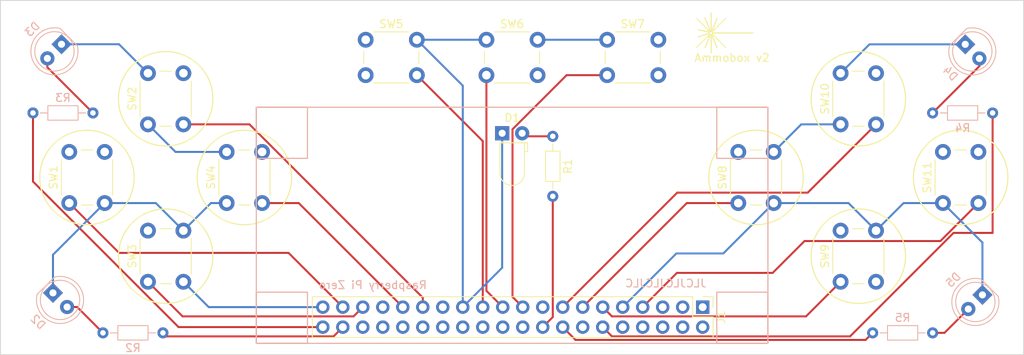
<source format=kicad_pcb>
(kicad_pcb (version 20211014) (generator pcbnew)
  (layers (0 "F.Cu" signal) (31 "B.Cu" signal) (34 "B.Paste" user) (35 "F.Paste" user) (36 "B.SilkS" user "B.Silkscreen") (37 "F.SilkS" user "F.Silkscreen") (38 "B.Mask" user) (39 "F.Mask" user) (44 "Edge.Cuts" user))
  (net 0 "")
  (net 8 "Net-(J1-Pad9)")
  (net 10 "Net-(D1-Pad1)")
  (net 12 "Net-(J1-Pad15)")
  (net 13 "Net-(D2-Pad2)")
  (net 17 "Net-(D3-Pad2)")
  (net 24 "Net-(J1-Pad35)")
  (net 26 "Net-(J1-Pad37)")
  (net 27 "Net-(D4-Pad2)")
  (net 28 "Net-(J1-Pad39)")
  (net 29 "Net-(D5-Pad2)")
  (net 30 "Net-(D1-Pad2)")
  (net 32 "Net-(J1-Pad7)")
  (net 33 "Net-(J1-Pad11)")
  (net 34 "Net-(J1-Pad13)")
  (net 35 "Net-(J1-Pad18)")
  (net 36 "Net-(J1-Pad12)")
  (net 37 "Net-(J1-Pad16)")
  (net 38 "Net-(J1-Pad19)")
  (net 39 "Net-(J1-Pad29)")
  (net 40 "Net-(J1-Pad31)")
  (net 42 "Net-(J1-Pad21)")
  (net 43 "Net-(J1-Pad23)")
  (net 44 "Net-(J1-Pad38)")
  (net 45 "Net-(J1-Pad40)")
  (footprint "Button_Switch_THT:SW_PUSH_6mm_H5mm" (layer "F.Cu") (at 146.41 105)
    (fp_text reference "SW5" (at 3.25 -2) (layer "F.SilkS"))
    (fp_text value "SW_Push")
    (fp_line (start -0.25 1.5) (end -0.25 3) (layer "F.SilkS") (width 0.12))
    (fp_line (start 5.5 -1) (end 1 -1) (layer "F.SilkS") (width 0.12))
    (fp_line (start 1 5.5) (end 5.5 5.5) (layer "F.SilkS") (width 0.12))
    (fp_line (start 6.75 3) (end 6.75 1.5) (layer "F.SilkS") (width 0.12))
    (pad "1" thru_hole circle (at 6.5 0 90) (size 2 2) (drill 1.1) (layers *.Cu *.Mask) (net 10 "Net-(D1-Pad1)"))
    (pad "1" thru_hole circle (at 0 0 90) (size 2 2) (drill 1.1) (layers *.Cu *.Mask) (net 10 "Net-(D1-Pad1)"))
    (pad "2" thru_hole circle (at 6.5 4.5 90) (size 2 2) (drill 1.1) (layers *.Cu *.Mask) (net 43 "Net-(J1-Pad23)"))
    (pad "2" thru_hole circle (at 0 4.5 90) (size 2 2) (drill 1.1) (layers *.Cu *.Mask) (net 43 "Net-(J1-Pad23)"))
  )
  (footprint "Button_Switch_THT:SW_PUSH_6mm_H5mm" (layer "F.Cu") (at 118.75 135.75 90)
    (fp_text reference "SW3" (at 3.25 -2 90) (layer "F.SilkS"))
    (fp_text value "SW_Push")
    (fp_line (start 1 5.5) (end 5.5 5.5) (layer "F.SilkS") (width 0.12))
    (fp_line (start 5.5 -1) (end 1 -1) (layer "F.SilkS") (width 0.12))
    (fp_line (start -0.25 1.5) (end -0.25 3) (layer "F.SilkS") (width 0.12))
    (fp_line (start 6.75 3) (end 6.75 1.5) (layer "F.SilkS") (width 0.12))
    (pad "1" thru_hole circle (at 6.5 0 180) (size 2 2) (drill 1.1) (layers *.Cu *.Mask) (net 24 "Net-(J1-Pad35)"))
    (pad "1" thru_hole circle (at 0 0 180) (size 2 2) (drill 1.1) (layers *.Cu *.Mask) (net 24 "Net-(J1-Pad35)"))
    (pad "2" thru_hole circle (at 0 4.5 180) (size 2 2) (drill 1.1) (layers *.Cu *.Mask) (net 28 "Net-(J1-Pad39)"))
    (pad "2" thru_hole circle (at 6.5 4.5 180) (size 2 2) (drill 1.1) (layers *.Cu *.Mask) (net 28 "Net-(J1-Pad39)"))
  )
  (footprint "Button_Switch_THT:SW_PUSH_6mm_H5mm" (layer "F.Cu") (at 193.75 125.75 90)
    (fp_text reference "SW8" (at 3.25 -2 90) (layer "F.SilkS"))
    (fp_text value "SW_Push")
    (fp_line (start 5.5 -1) (end 1 -1) (layer "F.SilkS") (width 0.12))
    (fp_line (start -0.25 1.5) (end -0.25 3) (layer "F.SilkS") (width 0.12))
    (fp_line (start 6.75 3) (end 6.75 1.5) (layer "F.SilkS") (width 0.12))
    (fp_line (start 1 5.5) (end 5.5 5.5) (layer "F.SilkS") (width 0.12))
    (pad "1" thru_hole circle (at 0 0 180) (size 2 2) (drill 1.1) (layers *.Cu *.Mask) (net 34 "Net-(J1-Pad13)"))
    (pad "1" thru_hole circle (at 6.5 0 180) (size 2 2) (drill 1.1) (layers *.Cu *.Mask) (net 34 "Net-(J1-Pad13)"))
    (pad "2" thru_hole circle (at 6.5 4.5 180) (size 2 2) (drill 1.1) (layers *.Cu *.Mask) (net 8 "Net-(J1-Pad9)"))
    (pad "2" thru_hole circle (at 0 4.5 180) (size 2 2) (drill 1.1) (layers *.Cu *.Mask) (net 8 "Net-(J1-Pad9)"))
  )
  (footprint "Resistor_THT:R_Axial_DIN0204_L3.6mm_D1.6mm_P7.62mm_Horizontal" (layer "F.Cu") (at 170.18 117.27 -90)
    (fp_text reference "R1" (at 3.81 -1.92 90) (layer "F.SilkS"))
    (fp_text value "220")
    (fp_line (start 6.68 0) (end 5.73 0) (layer "F.SilkS") (width 0.12))
    (fp_line (start 1.89 0.92) (end 5.73 0.92) (layer "F.SilkS") (width 0.12))
    (fp_line (start 1.89 -0.92) (end 1.89 0.92) (layer "F.SilkS") (width 0.12))
    (fp_line (start 5.73 0.92) (end 5.73 -0.92) (layer "F.SilkS") (width 0.12))
    (fp_line (start 5.73 -0.92) (end 1.89 -0.92) (layer "F.SilkS") (width 0.12))
    (fp_line (start 0.94 0) (end 1.89 0) (layer "F.SilkS") (width 0.12))
    (pad "1" thru_hole circle (at 0 0 270) (size 1.4 1.4) (drill 0.7) (layers *.Cu *.Mask) (net 30 "Net-(D1-Pad2)"))
    (pad "2" thru_hole oval (at 7.62 0 270) (size 1.4 1.4) (drill 0.7) (layers *.Cu *.Mask) (net 35 "Net-(J1-Pad18)"))
  )
  (footprint "LED_THT:LED_D3.0mm_Horizontal_O1.27mm_Z2.0mm" (layer "F.Cu") (at 163.75 116.88)
    (fp_text reference "D1" (at 1.27 -1.96) (layer "F.SilkS"))
    (fp_text value "LED")
    (fp_line (start 2.54 1.21) (end 2.54 1.08) (layer "F.SilkS") (width 0.12))
    (fp_line (start -0.29 1.21) (end 2.83 1.21) (layer "F.SilkS") (width 0.12))
    (fp_line (start 2.54 1.21) (end 2.54 1.21) (layer "F.SilkS") (width 0.12))
    (fp_line (start 2.54 1.08) (end 2.54 1.08) (layer "F.SilkS") (width 0.12))
    (fp_line (start 0 1.08) (end 0 1.21) (layer "F.SilkS") (width 0.12))
    (fp_line (start 2.83 1.21) (end 3.23 1.21) (layer "F.SilkS") (width 0.12))
    (fp_line (start 2.83 1.21) (end 2.83 5.07) (layer "F.SilkS") (width 0.12))
    (fp_line (start 0 1.21) (end 0 1.21) (layer "F.SilkS") (width 0.12))
    (fp_line (start 0 1.21) (end 0 1.08) (layer "F.SilkS") (width 0.12))
    (fp_line (start 2.54 1.08) (end 2.54 1.21) (layer "F.SilkS") (width 0.12))
    (fp_line (start 3.23 2.33) (end 2.83 2.33) (layer "F.SilkS") (width 0.12))
    (fp_line (start -0.29 1.21) (end -0.29 5.07) (layer "F.SilkS") (width 0.12))
    (fp_line (start 2.83 2.33) (end 2.83 1.21) (layer "F.SilkS") (width 0.12))
    (fp_line (start 3.23 1.21) (end 3.23 2.33) (layer "F.SilkS") (width 0.12))
    (fp_line (start 0 1.08) (end 0 1.08) (layer "F.SilkS") (width 0.12))
    (fp_arc (start 2.83 5.07) (mid 1.27 6.63) (end -0.29 5.07) (layer "F.SilkS") (width 0.12))
    (pad "1" thru_hole rect (at 0 0) (size 1.8 1.8) (drill 0.9) (layers *.Cu *.Mask) (net 10 "Net-(D1-Pad1)"))
    (pad "2" thru_hole circle (at 2.54 0) (size 1.8 1.8) (drill 0.9) (layers *.Cu *.Mask) (net 30 "Net-(D1-Pad2)"))
  )
  (footprint "Connector_PinHeader_2.54mm:PinHeader_2x20_P2.54mm_Vertical" (layer "F.Cu") (at 189.225 138.97119 -90)
    (fp_text reference "J1" (at 1.27 -2.33 90) (layer "F.SilkS"))
    (fp_text value "Raspberry Pi Zero" (at -2.806428 41.905 -180) (layer "B.SilkS") (effects (justify mirror)))
    (fp_line (start 1.27 -1.33) (end 3.87 -1.33) (layer "F.SilkS") (width 0.12))
    (fp_line (start -1.33 1.27) (end -1.33 49.59) (layer "F.SilkS") (width 0.12))
    (fp_line (start -1.33 49.59) (end 3.87 49.59) (layer "F.SilkS") (width 0.12))
    (fp_line (start -1.33 1.27) (end 1.27 1.27) (layer "F.SilkS") (width 0.12))
    (fp_line (start -1.33 -1.33) (end 0 -1.33) (layer "F.SilkS") (width 0.12))
    (fp_line (start 3.87 -1.33) (end 3.87 49.59) (layer "F.SilkS") (width 0.12))
    (fp_line (start -1.33 0) (end -1.33 -1.33) (layer "F.SilkS") (width 0.12))
    (fp_line (start 1.27 1.27) (end 1.27 -1.33) (layer "F.SilkS") (width 0.12))
    (pad "1" thru_hole rect (at 0 0 270) (size 1.7 1.7) (drill 1) (layers *.Cu *.Mask))
    (pad "2" thru_hole oval (at 2.54 0 270) (size 1.7 1.7) (drill 1) (layers *.Cu *.Mask))
    (pad "3" thru_hole oval (at 0 2.54 270) (size 1.7 1.7) (drill 1) (layers *.Cu *.Mask))
    (pad "4" thru_hole oval (at 2.54 2.54 270) (size 1.7 1.7) (drill 1) (layers *.Cu *.Mask))
    (pad "5" thru_hole oval (at 0 5.08 270) (size 1.7 1.7) (drill 1) (layers *.Cu *.Mask))
    (pad "6" thru_hole oval (at 2.54 5.08 270) (size 1.7 1.7) (drill 1) (layers *.Cu *.Mask))
    (pad "7" thru_hole oval (at 0 7.62 270) (size 1.7 1.7) (drill 1) (layers *.Cu *.Mask) (net 32 "Net-(J1-Pad7)"))
    (pad "8" thru_hole oval (at 2.54 7.62 270) (size 1.7 1.7) (drill 1) (layers *.Cu *.Mask))
    (pad "9" thru_hole oval (at 0 10.16 270) (size 1.7 1.7) (drill 1) (layers *.Cu *.Mask) (net 8 "Net-(J1-Pad9)"))
    (pad "10" thru_hole oval (at 2.54 10.16 270) (size 1.7 1.7) (drill 1) (layers *.Cu *.Mask))
    (pad "11" thru_hole oval (at 0 12.7 270) (size 1.7 1.7) (drill 1) (layers *.Cu *.Mask) (net 33 "Net-(J1-Pad11)"))
    (pad "12" thru_hole oval (at 2.54 12.7 270) (size 1.7 1.7) (drill 1) (layers *.Cu *.Mask) (net 36 "Net-(J1-Pad12)"))
    (pad "13" thru_hole oval (at 0 15.24 270) (size 1.7 1.7) (drill 1) (layers *.Cu *.Mask) (net 34 "Net-(J1-Pad13)"))
    (pad "14" thru_hole oval (at 2.54 15.24 270) (size 1.7 1.7) (drill 1) (layers *.Cu *.Mask))
    (pad "15" thru_hole oval (at 0 17.78 270) (size 1.7 1.7) (drill 1) (layers *.Cu *.Mask) (net 12 "Net-(J1-Pad15)"))
    (pad "16" thru_hole oval (at 2.54 17.78 270) (size 1.7 1.7) (drill 1) (layers *.Cu *.Mask) (net 37 "Net-(J1-Pad16)"))
    (pad "17" thru_hole oval (at 0 20.32 270) (size 1.7 1.7) (drill 1) (layers *.Cu *.Mask))
    (pad "18" thru_hole oval (at 2.54 20.32 270) (size 1.7 1.7) (drill 1) (layers *.Cu *.Mask) (net 35 "Net-(J1-Pad18)"))
    (pad "19" thru_hole oval (at 0 22.86 270) (size 1.7 1.7) (drill 1) (layers *.Cu *.Mask) (net 38 "Net-(J1-Pad19)"))
    (pad "20" thru_hole oval (at 2.54 22.86 270) (size 1.7 1.7) (drill 1) (layers *.Cu *.Mask))
    (pad "21" thru_hole oval (at 0 25.4 270) (size 1.7 1.7) (drill 1) (layers *.Cu *.Mask) (net 42 "Net-(J1-Pad21)"))
    (pad "22" thru_hole oval (at 2.54 25.4 270) (size 1.7 1.7) (drill 1) (layers *.Cu *.Mask))
    (pad "23" thru_hole oval (at 0 27.94 270) (size 1.7 1.7) (drill 1) (layers *.Cu *.Mask) (net 43 "Net-(J1-Pad23)"))
    (pad "24" thru_hole oval (at 2.54 27.94 270) (size 1.7 1.7) (drill 1) (layers *.Cu *.Mask))
    (pad "25" thru_hole oval (at 0 30.48 270) (size 1.7 1.7) (drill 1) (layers *.Cu *.Mask) (net 10 "Net-(D1-Pad1)"))
    (pad "26" thru_hole oval (at 2.54 30.48 270) (size 1.7 1.7) (drill 1) (layers *.Cu *.Mask))
    (pad "27" thru_hole oval (at 0 33.02 270) (size 1.7 1.7) (drill 1) (layers *.Cu *.Mask))
    (pad "28" thru_hole oval (at 2.54 33.02 270) (size 1.7 1.7) (drill 1) (layers *.Cu *.Mask))
    (pad "29" thru_hole oval (at 0 35.56 270) (size 1.7 1.7) (drill 1) (layers *.Cu *.Mask) (net 39 "Net-(J1-Pad29)"))
    (pad "30" thru_hole oval (at 2.54 35.56 270) (size 1.7 1.7) (drill 1) (layers *.Cu *.Mask))
    (pad "31" thru_hole oval (at 0 38.1 270) (size 1.7 1.7) (drill 1) (layers *.Cu *.Mask) (net 40 "Net-(J1-Pad31)"))
    (pad "32" thru_hole oval (at 2.54 38.1 270) (size 1.7 1.7) (drill 1) (layers *.Cu *.Mask))
    (pad "33" thru_hole oval (at 0 40.64 270) (size 1.7 1.7) (drill 1) (layers *.Cu *.Mask))
    (pad "34" thru_hole oval (at 2.54 40.64 270) (size 1.7 1.7) (drill 1) (layers *.Cu *.Mask))
    (pad "35" thru_hole oval (at 0 43.18 270) (size 1.7 1.7) (drill 1) (layers *.Cu *.Mask) (net 24 "Net-(J1-Pad35)"))
    (pad "36" thru_hole oval (at 2.54 43.18 270) (size 1.7 1.7) (drill 1) (layers *.Cu *.Mask))
    (pad "37" thru_hole oval (at 0 45.72 270) (size 1.7 1.7) (drill 1) (layers *.Cu *.Mask) (net 26 "Net-(J1-Pad37)"))
    (pad "38" thru_hole oval (at 2.54 45.72 270) (size 1.7 1.7) (drill 1) (layers *.Cu *.Mask) (net 44 "Net-(J1-Pad38)"))
    (pad "39" thru_hole oval (at 0 48.26 270) (size 1.7 1.7) (drill 1) (layers *.Cu *.Mask) (net 28 "Net-(J1-Pad39)"))
    (pad "40" thru_hole oval (at 2.54 48.26 270) (size 1.7 1.7) (drill 1) (layers *.Cu *.Mask) (net 45 "Net-(J1-Pad40)"))
  )
  (footprint "Button_Switch_THT:SW_PUSH_6mm_H5mm" (layer "F.Cu") (at 219.75 125.75 90)
    (fp_text reference "SW11" (at 3.25 -2 90) (layer "F.SilkS"))
    (fp_text value "SW_Push")
    (fp_line (start 6.75 3) (end 6.75 1.5) (layer "F.SilkS") (width 0.12))
    (fp_line (start 1 5.5) (end 5.5 5.5) (layer "F.SilkS") (width 0.12))
    (fp_line (start 5.5 -1) (end 1 -1) (layer "F.SilkS") (width 0.12))
    (fp_line (start -0.25 1.5) (end -0.25 3) (layer "F.SilkS") (width 0.12))
    (pad "1" thru_hole circle (at 0 0 180) (size 2 2) (drill 1.1) (layers *.Cu *.Mask) (net 8 "Net-(J1-Pad9)"))
    (pad "1" thru_hole circle (at 6.5 0 180) (size 2 2) (drill 1.1) (layers *.Cu *.Mask) (net 8 "Net-(J1-Pad9)"))
    (pad "2" thru_hole circle (at 0 4.5 180) (size 2 2) (drill 1.1) (layers *.Cu *.Mask) (net 32 "Net-(J1-Pad7)"))
    (pad "2" thru_hole circle (at 6.5 4.5 180) (size 2 2) (drill 1.1) (layers *.Cu *.Mask) (net 32 "Net-(J1-Pad7)"))
  )
  (footprint "Button_Switch_THT:SW_PUSH_6mm_H5mm" (layer "F.Cu") (at 108.75 125.75 90)
    (fp_text reference "SW1" (at 3.25 -2 90) (layer "F.SilkS"))
    (fp_text value "SW_Push")
    (fp_line (start 5.5 -1) (end 1 -1) (layer "F.SilkS") (width 0.12))
    (fp_line (start 6.75 3) (end 6.75 1.5) (layer "F.SilkS") (width 0.12))
    (fp_line (start 1 5.5) (end 5.5 5.5) (layer "F.SilkS") (width 0.12))
    (fp_line (start -0.25 1.5) (end -0.25 3) (layer "F.SilkS") (width 0.12))
    (pad "1" thru_hole circle (at 0 0 180) (size 2 2) (drill 1.1) (layers *.Cu *.Mask) (net 26 "Net-(J1-Pad37)"))
    (pad "1" thru_hole circle (at 6.5 0 180) (size 2 2) (drill 1.1) (layers *.Cu *.Mask) (net 26 "Net-(J1-Pad37)"))
    (pad "2" thru_hole circle (at 6.5 4.5 180) (size 2 2) (drill 1.1) (layers *.Cu *.Mask) (net 28 "Net-(J1-Pad39)"))
    (pad "2" thru_hole circle (at 0 4.5 180) (size 2 2) (drill 1.1) (layers *.Cu *.Mask) (net 28 "Net-(J1-Pad39)"))
  )
  (footprint "Button_Switch_THT:SW_PUSH_6mm_H5mm" (layer "F.Cu") (at 177.09 105)
    (fp_text reference "SW7" (at 3.25 -2) (layer "F.SilkS"))
    (fp_text value "SW_Push")
    (fp_line (start 6.75 3) (end 6.75 1.5) (layer "F.SilkS") (width 0.12))
    (fp_line (start -0.25 1.5) (end -0.25 3) (layer "F.SilkS") (width 0.12))
    (fp_line (start 1 5.5) (end 5.5 5.5) (layer "F.SilkS") (width 0.12))
    (fp_line (start 5.5 -1) (end 1 -1) (layer "F.SilkS") (width 0.12))
    (pad "1" thru_hole circle (at 6.5 0 90) (size 2 2) (drill 1.1) (layers *.Cu *.Mask) (net 10 "Net-(D1-Pad1)"))
    (pad "1" thru_hole circle (at 0 0 90) (size 2 2) (drill 1.1) (layers *.Cu *.Mask) (net 10 "Net-(D1-Pad1)"))
    (pad "2" thru_hole circle (at 0 4.5 90) (size 2 2) (drill 1.1) (layers *.Cu *.Mask) (net 38 "Net-(J1-Pad19)"))
    (pad "2" thru_hole circle (at 6.5 4.5 90) (size 2 2) (drill 1.1) (layers *.Cu *.Mask) (net 38 "Net-(J1-Pad19)"))
  )
  (footprint "Button_Switch_THT:SW_PUSH_6mm_H5mm" (layer "F.Cu") (at 206.75 115.75 90)
    (fp_text reference "SW10" (at 3.25 -2 90) (layer "F.SilkS"))
    (fp_text value "SW_Push")
    (fp_line (start 1 5.5) (end 5.5 5.5) (layer "F.SilkS") (width 0.12))
    (fp_line (start 5.5 -1) (end 1 -1) (layer "F.SilkS") (width 0.12))
    (fp_line (start -0.25 1.5) (end -0.25 3) (layer "F.SilkS") (width 0.12))
    (fp_line (start 6.75 3) (end 6.75 1.5) (layer "F.SilkS") (width 0.12))
    (pad "1" thru_hole circle (at 6.5 0 180) (size 2 2) (drill 1.1) (layers *.Cu *.Mask) (net 8 "Net-(J1-Pad9)"))
    (pad "1" thru_hole circle (at 0 0 180) (size 2 2) (drill 1.1) (layers *.Cu *.Mask) (net 8 "Net-(J1-Pad9)"))
    (pad "2" thru_hole circle (at 6.5 4.5 180) (size 2 2) (drill 1.1) (layers *.Cu *.Mask) (net 12 "Net-(J1-Pad15)"))
    (pad "2" thru_hole circle (at 0 4.5 180) (size 2 2) (drill 1.1) (layers *.Cu *.Mask) (net 12 "Net-(J1-Pad15)"))
  )
  (footprint "Button_Switch_THT:SW_PUSH_6mm_H5mm" (layer "F.Cu") (at 118.75 115.75 90)
    (fp_text reference "SW2" (at 3.25 -2 90) (layer "F.SilkS"))
    (fp_text value "SW_Push")
    (fp_line (start -0.25 1.5) (end -0.25 3) (layer "F.SilkS") (width 0.12))
    (fp_line (start 1 5.5) (end 5.5 5.5) (layer "F.SilkS") (width 0.12))
    (fp_line (start 5.5 -1) (end 1 -1) (layer "F.SilkS") (width 0.12))
    (fp_line (start 6.75 3) (end 6.75 1.5) (layer "F.SilkS") (width 0.12))
    (pad "1" thru_hole circle (at 0 0 180) (size 2 2) (drill 1.1) (layers *.Cu *.Mask) (net 28 "Net-(J1-Pad39)"))
    (pad "1" thru_hole circle (at 6.5 0 180) (size 2 2) (drill 1.1) (layers *.Cu *.Mask) (net 28 "Net-(J1-Pad39)"))
    (pad "2" thru_hole circle (at 0 4.5 180) (size 2 2) (drill 1.1) (layers *.Cu *.Mask) (net 39 "Net-(J1-Pad29)"))
    (pad "2" thru_hole circle (at 6.5 4.5 180) (size 2 2) (drill 1.1) (layers *.Cu *.Mask) (net 39 "Net-(J1-Pad29)"))
  )
  (footprint "Button_Switch_THT:SW_PUSH_6mm_H5mm" (layer "F.Cu") (at 128.75 125.75 90)
    (fp_text reference "SW4" (at 3.25 -2 90) (layer "F.SilkS"))
    (fp_text value "SW_Push")
    (fp_line (start 1 5.5) (end 5.5 5.5) (layer "F.SilkS") (width 0.12))
    (fp_line (start 5.5 -1) (end 1 -1) (layer "F.SilkS") (width 0.12))
    (fp_line (start -0.25 1.5) (end -0.25 3) (layer "F.SilkS") (width 0.12))
    (fp_line (start 6.75 3) (end 6.75 1.5) (layer "F.SilkS") (width 0.12))
    (pad "1" thru_hole circle (at 6.5 0 180) (size 2 2) (drill 1.1) (layers *.Cu *.Mask) (net 28 "Net-(J1-Pad39)"))
    (pad "1" thru_hole circle (at 0 0 180) (size 2 2) (drill 1.1) (layers *.Cu *.Mask) (net 28 "Net-(J1-Pad39)"))
    (pad "2" thru_hole circle (at 6.5 4.5 180) (size 2 2) (drill 1.1) (layers *.Cu *.Mask) (net 40 "Net-(J1-Pad31)"))
    (pad "2" thru_hole circle (at 0 4.5 180) (size 2 2) (drill 1.1) (layers *.Cu *.Mask) (net 40 "Net-(J1-Pad31)"))
  )
  (footprint "Button_Switch_THT:SW_PUSH_6mm_H5mm" (layer "F.Cu") (at 206.75 135.75 90)
    (fp_text reference "SW9" (at 3.25 -2 90) (layer "F.SilkS"))
    (fp_text value "SW_Push")
    (fp_line (start 5.5 -1) (end 1 -1) (layer "F.SilkS") (width 0.12))
    (fp_line (start -0.25 1.5) (end -0.25 3) (layer "F.SilkS") (width 0.12))
    (fp_line (start 1 5.5) (end 5.5 5.5) (layer "F.SilkS") (width 0.12))
    (fp_line (start 6.75 3) (end 6.75 1.5) (layer "F.SilkS") (width 0.12))
    (pad "1" thru_hole circle (at 0 0 180) (size 2 2) (drill 1.1) (layers *.Cu *.Mask) (net 33 "Net-(J1-Pad11)"))
    (pad "1" thru_hole circle (at 6.5 0 180) (size 2 2) (drill 1.1) (layers *.Cu *.Mask) (net 33 "Net-(J1-Pad11)"))
    (pad "2" thru_hole circle (at 0 4.5 180) (size 2 2) (drill 1.1) (layers *.Cu *.Mask) (net 8 "Net-(J1-Pad9)"))
    (pad "2" thru_hole circle (at 6.5 4.5 180) (size 2 2) (drill 1.1) (layers *.Cu *.Mask) (net 8 "Net-(J1-Pad9)"))
  )
  (footprint "Button_Switch_THT:SW_PUSH_6mm_H5mm" (layer "F.Cu") (at 161.75 105)
    (fp_text reference "SW6" (at 3.25 -2) (layer "F.SilkS"))
    (fp_text value "SW_Push")
    (fp_line (start 5.5 -1) (end 1 -1) (layer "F.SilkS") (width 0.12))
    (fp_line (start 1 5.5) (end 5.5 5.5) (layer "F.SilkS") (width 0.12))
    (fp_line (start 6.75 3) (end 6.75 1.5) (layer "F.SilkS") (width 0.12))
    (fp_line (start -0.25 1.5) (end -0.25 3) (layer "F.SilkS") (width 0.12))
    (pad "1" thru_hole circle (at 0 0 90) (size 2 2) (drill 1.1) (layers *.Cu *.Mask) (net 10 "Net-(D1-Pad1)"))
    (pad "1" thru_hole circle (at 6.5 0 90) (size 2 2) (drill 1.1) (layers *.Cu *.Mask) (net 10 "Net-(D1-Pad1)"))
    (pad "2" thru_hole circle (at 0 4.5 90) (size 2 2) (drill 1.1) (layers *.Cu *.Mask) (net 42 "Net-(J1-Pad21)"))
    (pad "2" thru_hole circle (at 6.5 4.5 90) (size 2 2) (drill 1.1) (layers *.Cu *.Mask) (net 42 "Net-(J1-Pad21)"))
  )
  (footprint "Resistor_THT:R_Axial_DIN0204_L3.6mm_D1.6mm_P7.62mm_Horizontal" (layer "B.Cu") (at 218.44 142.24 180)
    (fp_text reference "R5" (at 3.81 1.92) (layer "B.SilkS") (effects (justify mirror)))
    (fp_text value "220")
    (fp_line (start 6.68 0) (end 5.73 0) (layer "B.SilkS") (width 0.12))
    (fp_line (start 1.89 -0.92) (end 5.73 -0.92) (layer "B.SilkS") (width 0.12))
    (fp_line (start 0.94 0) (end 1.89 0) (layer "B.SilkS") (width 0.12))
    (fp_line (start 1.89 0.92) (end 1.89 -0.92) (layer "B.SilkS") (width 0.12))
    (fp_line (start 5.73 0.92) (end 1.89 0.92) (layer "B.SilkS") (width 0.12))
    (fp_line (start 5.73 -0.92) (end 5.73 0.92) (layer "B.SilkS") (width 0.12))
    (pad "1" thru_hole circle (at 0 0 180) (size 1.4 1.4) (drill 0.7) (layers *.Cu *.Mask) (net 29 "Net-(D5-Pad2)"))
    (pad "2" thru_hole oval (at 7.62 0 180) (size 1.4 1.4) (drill 0.7) (layers *.Cu *.Mask) (net 37 "Net-(J1-Pad16)"))
  )
  (footprint "LED_THT:LED_D5.0mm" (layer "B.Cu") (at 106.68 137.16 -45)
    (fp_text reference "D2" (at 1.27 3.96 135) (layer "B.SilkS") (effects (justify mirror)))
    (fp_text value "LED")
    (fp_line (start -1.29 1.545) (end -1.29 -1.545) (layer "B.SilkS") (width 0.12))
    (fp_arc (start 4.26 -0.000462) (mid 2.072001 2.880433) (end -1.29 1.54483) (layer "B.SilkS") (width 0.12))
    (fp_arc (start -1.29 -1.54483) (mid 2.072002 -2.880433) (end 4.26 0.000462) (layer "B.SilkS") (width 0.12))
    (fp_circle (center 1.27 0) (end 3.77 0) (layer "B.SilkS") (width 0.12) (fill none))
    (pad "1" thru_hole rect (at 0 0 315) (size 1.8 1.8) (drill 0.9) (layers *.Cu *.Mask) (net 28 "Net-(J1-Pad39)"))
    (pad "2" thru_hole circle (at 2.54 0 315) (size 1.8 1.8) (drill 0.9) (layers *.Cu *.Mask) (net 13 "Net-(D2-Pad2)"))
  )
  (footprint "Resistor_THT:R_Axial_DIN0204_L3.6mm_D1.6mm_P7.62mm_Horizontal" (layer "B.Cu") (at 113.03 142.24)
    (fp_text reference "R2" (at 3.81 1.92) (layer "B.SilkS") (effects (justify mirror)))
    (fp_text value "220")
    (fp_line (start 1.89 0.92) (end 1.89 -0.92) (layer "B.SilkS") (width 0.12))
    (fp_line (start 0.94 0) (end 1.89 0) (layer "B.SilkS") (width 0.12))
    (fp_line (start 1.89 -0.92) (end 5.73 -0.92) (layer "B.SilkS") (width 0.12))
    (fp_line (start 6.68 0) (end 5.73 0) (layer "B.SilkS") (width 0.12))
    (fp_line (start 5.73 0.92) (end 1.89 0.92) (layer "B.SilkS") (width 0.12))
    (fp_line (start 5.73 -0.92) (end 5.73 0.92) (layer "B.SilkS") (width 0.12))
    (pad "1" thru_hole circle (at 0 0) (size 1.4 1.4) (drill 0.7) (layers *.Cu *.Mask) (net 13 "Net-(D2-Pad2)"))
    (pad "2" thru_hole oval (at 7.62 0) (size 1.4 1.4) (drill 0.7) (layers *.Cu *.Mask) (net 44 "Net-(J1-Pad38)"))
  )
  (footprint "LED_THT:LED_D5.0mm" (layer "B.Cu") (at 107.764349 105.572566 -135)
    (fp_text reference "D3" (at 1.27 3.96 45) (layer "B.SilkS") (effects (justify mirror)))
    (fp_text value "LED")
    (fp_line (start -1.29 1.545) (end -1.29 -1.545) (layer "B.SilkS") (width 0.12))
    (fp_arc (start -1.29 -1.54483) (mid 2.072002 -2.880433) (end 4.26 0.000462) (layer "B.SilkS") (width 0.12))
    (fp_arc (start 4.26 -0.000462) (mid 2.072001 2.880433) (end -1.29 1.54483) (layer "B.SilkS") (width 0.12))
    (fp_circle (center 1.27 0) (end 3.77 0) (layer "B.SilkS") (width 0.12) (fill none))
    (pad "1" thru_hole rect (at 0 0 225) (size 1.8 1.8) (drill 0.9) (layers *.Cu *.Mask) (net 28 "Net-(J1-Pad39)"))
    (pad "2" thru_hole circle (at 2.54 0 225) (size 1.8 1.8) (drill 0.9) (layers *.Cu *.Mask) (net 17 "Net-(D3-Pad2)"))
  )
  (footprint "Resistor_THT:R_Axial_DIN0204_L3.6mm_D1.6mm_P7.62mm_Horizontal" (layer "B.Cu") (at 111.76 114.3 180)
    (fp_text reference "R3" (at 3.81 1.92) (layer "B.SilkS") (effects (justify mirror)))
    (fp_text value "220")
    (fp_line (start 1.89 -0.92) (end 5.73 -0.92) (layer "B.SilkS") (width 0.12))
    (fp_line (start 6.68 0) (end 5.73 0) (layer "B.SilkS") (width 0.12))
    (fp_line (start 5.73 0.92) (end 1.89 0.92) (layer "B.SilkS") (width 0.12))
    (fp_line (start 0.94 0) (end 1.89 0) (layer "B.SilkS") (width 0.12))
    (fp_line (start 1.89 0.92) (end 1.89 -0.92) (layer "B.SilkS") (width 0.12))
    (fp_line (start 5.73 -0.92) (end 5.73 0.92) (layer "B.SilkS") (width 0.12))
    (pad "1" thru_hole circle (at 0 0 180) (size 1.4 1.4) (drill 0.7) (layers *.Cu *.Mask) (net 17 "Net-(D3-Pad2)"))
    (pad "2" thru_hole oval (at 7.62 0 180) (size 1.4 1.4) (drill 0.7) (layers *.Cu *.Mask) (net 45 "Net-(J1-Pad40)"))
  )
  (footprint "Resistor_THT:R_Axial_DIN0204_L3.6mm_D1.6mm_P7.62mm_Horizontal" (layer "B.Cu") (at 218.44 114.3)
    (fp_text reference "R4" (at 3.81 1.92) (layer "B.SilkS") (effects (justify mirror)))
    (fp_text value "220")
    (fp_line (start 1.89 0.92) (end 1.89 -0.92) (layer "B.SilkS") (width 0.12))
    (fp_line (start 6.68 0) (end 5.73 0) (layer "B.SilkS") (width 0.12))
    (fp_line (start 1.89 -0.92) (end 5.73 -0.92) (layer "B.SilkS") (width 0.12))
    (fp_line (start 0.94 0) (end 1.89 0) (layer "B.SilkS") (width 0.12))
    (fp_line (start 5.73 0.92) (end 1.89 0.92) (layer "B.SilkS") (width 0.12))
    (fp_line (start 5.73 -0.92) (end 5.73 0.92) (layer "B.SilkS") (width 0.12))
    (pad "1" thru_hole circle (at 0 0) (size 1.4 1.4) (drill 0.7) (layers *.Cu *.Mask) (net 27 "Net-(D4-Pad2)"))
    (pad "2" thru_hole oval (at 7.62 0) (size 1.4 1.4) (drill 0.7) (layers *.Cu *.Mask) (net 36 "Net-(J1-Pad12)"))
  )
  (footprint "LED_THT:LED_D5.0mm" (layer "B.Cu") (at 224.767963 137.414849 -135)
    (fp_text reference "D5" (at 1.27 3.96 45) (layer "B.SilkS") (effects (justify mirror)))
    (fp_text value "LED")
    (fp_line (start -1.29 1.545) (end -1.29 -1.545) (layer "B.SilkS") (width 0.12))
    (fp_arc (start -1.29 -1.54483) (mid 2.072002 -2.880433) (end 4.26 0.000462) (layer "B.SilkS") (width 0.12))
    (fp_arc (start 4.26 -0.000462) (mid 2.072001 2.880433) (end -1.29 1.54483) (layer "B.SilkS") (width 0.12))
    (fp_circle (center 1.27 0) (end 3.77 0) (layer "B.SilkS") (width 0.12) (fill none))
    (pad "1" thru_hole rect (at 0 0 225) (size 1.8 1.8) (drill 0.9) (layers *.Cu *.Mask) (net 8 "Net-(J1-Pad9)"))
    (pad "2" thru_hole circle (at 2.54 0 225) (size 1.8 1.8) (drill 0.9) (layers *.Cu *.Mask) (net 29 "Net-(D5-Pad2)"))
  )
  (footprint "LED_THT:LED_D5.0mm" (layer "B.Cu") (at 222.583082 105.584365 -45)
    (fp_text reference "D4" (at 1.27 3.96 135) (layer "B.SilkS") (effects (justify mirror)))
    (fp_text value "LED")
    (fp_line (start -1.29 1.545) (end -1.29 -1.545) (layer "B.SilkS") (width 0.12))
    (fp_arc (start 4.26 -0.000462) (mid 2.072001 2.880433) (end -1.29 1.54483) (layer "B.SilkS") (width 0.12))
    (fp_arc (start -1.29 -1.54483) (mid 2.072002 -2.880433) (end 4.26 0.000462) (layer "B.SilkS") (width 0.12))
    (fp_circle (center 1.27 0) (end 3.77 0) (layer "B.SilkS") (width 0.12) (fill none))
    (pad "1" thru_hole rect (at 0 0 315) (size 1.8 1.8) (drill 0.9) (layers *.Cu *.Mask) (net 8 "Net-(J1-Pad9)"))
    (pad "2" thru_hole circle (at 2.54 0 315) (size 1.8 1.8) (drill 0.9) (layers *.Cu *.Mask) (net 27 "Net-(D4-Pad2)"))
  )
  (gr_rect (start 197.515 143.57119) (end 191.015 137.07119) (layer "B.SilkS") (width 0.15) (fill none))
  (gr_rect (start 197.515 143.57119) (end 132.515 113.57119) (layer "B.SilkS") (width 0.15) (fill none))
  (gr_rect (start 197.515 120.07119) (end 191.015 113.57119) (layer "B.SilkS") (width 0.15) (fill none))
  (gr_rect (start 139.015 120.07119) (end 132.515 113.57119) (layer "B.SilkS") (width 0.15) (fill none))
  (gr_rect (start 139.015 143.57119) (end 132.515 137.07119) (layer "B.SilkS") (width 0.15) (fill none))
  (gr_line (start 190.48506 103.95197) (end 192.13969 102.29734) (layer "F.SilkS") (width 0.15))
  (gr_circle (center 131 122.5) (end 137 122.5) (layer "F.SilkS") (width 0.15) (fill none))
  (gr_circle (center 209 112.5) (end 215 112.5) (layer "F.SilkS") (width 0.15) (fill none))
  (gr_line (start 190.201358 104.350805) (end 189.538425 105.973029) (layer "F.SilkS") (width 0.15))
  (gr_line (start 190.469695 104.301428) (end 192.124325 105.956058) (layer "F.SilkS") (width 0.15))
  (gr_circle (center 121 132.5) (end 127 132.5) (layer "F.SilkS") (width 0.15) (fill none))
  (gr_circle (center 111 122.5) (end 117 122.5) (layer "F.SilkS") (width 0.15) (fill none))
  (gr_line (start 190.3 103.94) (end 190.3 101.6) (layer "F.SilkS") (width 0.15))
  (gr_circle (center 121 112.5) (end 127 112.5) (layer "F.SilkS") (width 0.15) (fill none))
  (gr_line (start 188.48226 105.958029) (end 190.13689 104.303399) (layer "F.SilkS") (width 0.15))
  (gr_circle (center 209 132.5) (end 215 132.5) (layer "F.SilkS") (width 0.15) (fill none))
  (gr_line (start 189.50547 102.207941) (end 190.183791 103.823791) (layer "F.SilkS") (width 0.15))
  (gr_circle (center 196 122.5) (end 202 122.5) (layer "F.SilkS") (width 0.15) (fill none))
  (gr_line (start 190.025524 104.204883) (end 188.616351 104.648038) (layer "F.SilkS") (width 0.15))
  (gr_circle (center 222 122.5) (end 228 122.5) (layer "F.SilkS") (width 0.15) (fill none))
  (gr_line (start 195.58 104.14) (end 190.5 104.14) (layer "F.SilkS") (width 0.15))
  (gr_line (start 190.3 106.68) (end 190.3 104.34) (layer "F.SilkS") (width 0.15))
  (gr_circle (center 190.3 104.14) (end 190.3 104.34) (layer "F.SilkS") (width 0.15) (fill none))
  (gr_line (start 191.062148 102.277884) (end 190.399215 103.900108) (layer "F.SilkS") (width 0.15))
  (gr_line (start 190.371645 104.386102) (end 191.049966 106.001952) (layer "F.SilkS") (width 0.15))
  (gr_line (start 190.079379 104.044539) (end 188.637422 103.723736) (layer "F.SilkS") (width 0.15))
  (gr_line (start 188.495687 102.328925) (end 190.150317 103.983555) (layer "F.SilkS") (width 0.15))
  (gr_rect locked (start 100 100) (end 230 145) (layer "Edge.Cuts") (width 0.1) (fill none))
  (gr_text "JLCJLCJLCJLC" (at 184.532617 135.950267) (layer "B.SilkS") (effects (font (size 1 1)) (justify mirror)))
  (gr_text "Ammobox v2" (at 192.949625 107.292001) (layer "F.SilkS") (effects (font (size 1 1))))
  (segment (start 179.065 138.97119) (end 185.887418 132.148772) (width 0.25) (layer "B.Cu") (net 8))
  (segment (start 211.25 129.25) (end 214.75 125.75) (width 0.25) (layer "B.Cu") (net 8))
  (segment (start 222.583082 105.584365) (end 210.415635 105.584365) (width 0.25) (layer "B.Cu") (net 8))
  (segment (start 224.767963 130.767963) (end 219.75 125.75) (width 0.25) (layer "B.Cu") (net 8))
  (segment (start 198.25 119.25) (end 201.75 115.75) (width 0.25) (layer "B.Cu") (net 8))
  (segment (start 191.851228 132.148772) (end 198.25 125.75) (width 0.25) (layer "B.Cu") (net 8))
  (segment (start 207.75 125.75) (end 211.25 129.25) (width 0.25) (layer "B.Cu") (net 8))
  (segment (start 224.767963 137.414849) (end 224.767963 130.767963) (width 0.25) (layer "B.Cu") (net 8))
  (segment (start 210.415635 105.584365) (end 206.75 109.25) (width 0.25) (layer "B.Cu") (net 8))
  (segment (start 185.887418 132.148772) (end 191.851228 132.148772) (width 0.25) (layer "B.Cu") (net 8))
  (segment (start 198.25 125.75) (end 207.75 125.75) (width 0.25) (layer "B.Cu") (net 8))
  (segment (start 201.75 115.75) (end 206.75 115.75) (width 0.25) (layer "B.Cu") (net 8))
  (segment (start 214.75 125.75) (end 219.75 125.75) (width 0.25) (layer "B.Cu") (net 8))
  (segment (start 158.745 138.97119) (end 158.745 110.835) (width 0.25) (layer "B.Cu") (net 10))
  (segment (start 168.25 105) (end 177.09 105) (width 0.25) (layer "B.Cu") (net 10))
  (segment (start 158.745 138.97119) (end 163.75 133.96619) (width 0.25) (layer "B.Cu") (net 10))
  (segment (start 158.745 110.835) (end 152.91 105) (width 0.25) (layer "B.Cu") (net 10))
  (segment (start 152.91 105) (end 161.75 105) (width 0.25) (layer "B.Cu") (net 10))
  (segment (start 163.75 133.96619) (end 163.75 116.88) (width 0.25) (layer "B.Cu") (net 10))
  (segment (start 202.575 124.425) (end 211.25 115.75) (width 0.25) (layer "F.Cu") (net 12))
  (segment (start 171.445 138.97119) (end 185.99119 124.425) (width 0.25) (layer "F.Cu") (net 12))
  (segment (start 185.99119 124.425) (end 202.575 124.425) (width 0.25) (layer "F.Cu") (net 12))
  (segment (start 113.03 142.24) (end 109.746051 138.956051) (width 0.25) (layer "F.Cu") (net 13))
  (segment (start 109.746051 138.956051) (end 108.476051 138.956051) (width 0.25) (layer "F.Cu") (net 13))
  (segment (start 105.968298 108.508298) (end 105.968298 107.368617) (width 0.25) (layer "F.Cu") (net 17))
  (segment (start 111.76 114.3) (end 105.968298 108.508298) (width 0.25) (layer "F.Cu") (net 17))
  (segment (start 123.14619 140.14619) (end 118.75 135.75) (width 0.25) (layer "F.Cu") (net 24))
  (segment (start 146.045 138.97119) (end 144.87 140.14619) (width 0.25) (layer "F.Cu") (net 24))
  (segment (start 144.87 140.14619) (end 123.14619 140.14619) (width 0.25) (layer "F.Cu") (net 24))
  (segment (start 136.61381 132.08) (end 115.08 132.08) (width 0.25) (layer "F.Cu") (net 26))
  (segment (start 115.08 132.08) (end 108.75 125.75) (width 0.25) (layer "F.Cu") (net 26))
  (segment (start 143.505 138.97119) (end 136.61381 132.08) (width 0.25) (layer "F.Cu") (net 26))
  (segment (start 218.44 114.3) (end 224.379133 108.360867) (width 0.25) (layer "F.Cu") (net 27))
  (segment (start 224.379133 108.360867) (end 224.379133 107.380416) (width 0.25) (layer "F.Cu") (net 27))
  (segment (start 118.75 115.75) (end 122.25 119.25) (width 0.25) (layer "B.Cu") (net 28))
  (segment (start 140.965 138.97119) (end 126.47119 138.97119) (width 0.25) (layer "B.Cu") (net 28))
  (segment (start 126.75 125.75) (end 128.75 125.75) (width 0.25) (layer "B.Cu") (net 28))
  (segment (start 126.47119 138.97119) (end 123.25 135.75) (width 0.25) (layer "B.Cu") (net 28))
  (segment (start 106.68 132.32) (end 113.25 125.75) (width 0.25) (layer "B.Cu") (net 28))
  (segment (start 106.68 137.16) (end 106.68 132.32) (width 0.25) (layer "B.Cu") (net 28))
  (segment (start 107.764349 105.572566) (end 115.072566 105.572566) (width 0.25) (layer "B.Cu") (net 28))
  (segment (start 115.072566 105.572566) (end 118.75 109.25) (width 0.25) (layer "B.Cu") (net 28))
  (segment (start 119.75 125.75) (end 113.25 125.75) (width 0.25) (layer "B.Cu") (net 28))
  (segment (start 123.25 129.25) (end 119.75 125.75) (width 0.25) (layer "B.Cu") (net 28))
  (segment (start 122.25 119.25) (end 128.75 119.25) (width 0.25) (layer "B.Cu") (net 28))
  (segment (start 123.25 129.25) (end 126.75 125.75) (width 0.25) (layer "B.Cu") (net 28))
  (segment (start 219.942812 142.24) (end 222.971912 139.2109) (width 0.25) (layer "F.Cu") (net 29))
  (segment (start 218.44 142.24) (end 219.942812 142.24) (width 0.25) (layer "F.Cu") (net 29))
  (segment (start 170.18 117.27) (end 166.68 117.27) (width 0.25) (layer "F.Cu") (net 30))
  (segment (start 166.68 117.27) (end 166.29 116.88) (width 0.25) (layer "F.Cu") (net 30))
  (segment (start 181.605 138.97119) (end 185.95619 134.62) (width 0.25) (layer "F.Cu") (net 32))
  (segment (start 202.165 130.575) (end 219.425 130.575) (width 0.25) (layer "F.Cu") (net 32))
  (segment (start 219.425 130.575) (end 224.25 125.75) (width 0.25) (layer "F.Cu") (net 32))
  (segment (start 185.95619 134.62) (end 198.12 134.62) (width 0.25) (layer "F.Cu") (net 32))
  (segment (start 198.12 134.62) (end 202.165 130.575) (width 0.25) (layer "F.Cu") (net 32))
  (segment (start 202.35381 140.14619) (end 206.75 135.75) (width 0.25) (layer "F.Cu") (net 33))
  (segment (start 177.7 140.14619) (end 202.35381 140.14619) (width 0.25) (layer "F.Cu") (net 33))
  (segment (start 176.525 138.97119) (end 177.7 140.14619) (width 0.25) (layer "F.Cu") (net 33))
  (segment (start 173.985 138.97119) (end 187.20619 125.75) (width 0.25) (layer "F.Cu") (net 34))
  (segment (start 187.20619 125.75) (end 193.75 125.75) (width 0.25) (layer "F.Cu") (net 34))
  (segment (start 170.18 140.23619) (end 170.18 124.89) (width 0.25) (layer "F.Cu") (net 35))
  (segment (start 168.905 141.51119) (end 170.18 140.23619) (width 0.25) (layer "F.Cu") (net 35))
  (segment (start 226.06 129.54) (end 226.06 114.3) (width 0.25) (layer "F.Cu") (net 36))
  (segment (start 221.096396 129.54) (end 226.06 129.54) (width 0.25) (layer "F.Cu") (net 36))
  (segment (start 207.950206 142.68619) (end 221.096396 129.54) (width 0.25) (layer "F.Cu") (net 36))
  (segment (start 177.7 142.68619) (end 207.950206 142.68619) (width 0.25) (layer "F.Cu") (net 36))
  (segment (start 176.525 141.51119) (end 177.7 142.68619) (width 0.25) (layer "F.Cu") (net 36))
  (segment (start 171.445 141.51119) (end 173.07 143.13619) (width 0.25) (layer "F.Cu") (net 37))
  (segment (start 173.07 143.13619) (end 209.92381 143.13619) (width 0.25) (layer "F.Cu") (net 37))
  (segment (start 209.92381 143.13619) (end 210.82 142.24) (width 0.25) (layer "F.Cu") (net 37))
  (segment (start 166.365 138.97119) (end 165.065 137.67119) (width 0.25) (layer "F.Cu") (net 38))
  (segment (start 165.065 116.372588) (end 171.937588 109.5) (width 0.25) (layer "F.Cu") (net 38))
  (segment (start 171.937588 109.5) (end 177.09 109.5) (width 0.25) (layer "F.Cu") (net 38))
  (segment (start 165.065 137.67119) (end 165.065 116.372588) (width 0.25) (layer "F.Cu") (net 38))
  (segment (start 131.645891 115.75) (end 123.25 115.75) (width 0.25) (layer "F.Cu") (net 39))
  (segment (start 153.665 138.97119) (end 153.665 137.769109) (width 0.25) (layer "F.Cu") (net 39))
  (segment (start 153.665 137.769109) (end 131.645891 115.75) (width 0.25) (layer "F.Cu") (net 39))
  (segment (start 137.90381 125.75) (end 133.25 125.75) (width 0.25) (layer "F.Cu") (net 40))
  (segment (start 151.125 138.97119) (end 137.90381 125.75) (width 0.25) (layer "F.Cu") (net 40))
  (segment (start 161.75 136.89619) (end 161.75 109.5) (width 0.25) (layer "F.Cu") (net 42))
  (segment (start 163.825 138.97119) (end 161.75 136.89619) (width 0.25) (layer "F.Cu") (net 42))
  (segment (start 161.285 117.875) (end 152.91 109.5) (width 0.25) (layer "F.Cu") (net 43))
  (segment (start 161.285 138.97119) (end 161.285 117.875) (width 0.25) (layer "F.Cu") (net 43))
  (segment (start 142.33 142.68619) (end 121.09619 142.68619) (width 0.25) (layer "F.Cu") (net 44))
  (segment (start 121.09619 142.68619) (end 120.65 142.24) (width 0.25) (layer "F.Cu") (net 44))
  (segment (start 143.505 141.51119) (end 142.33 142.68619) (width 0.25) (layer "F.Cu") (net 44))
  (segment (start 140.965 141.51119) (end 122.637357 141.51119) (width 0.25) (layer "F.Cu") (net 45))
  (segment (start 104.14 123.013833) (end 104.14 114.3) (width 0.25) (layer "F.Cu") (net 45))
  (segment (start 122.637357 141.51119) (end 104.14 123.013833) (width 0.25) (layer "F.Cu") (net 45))
)
</source>
